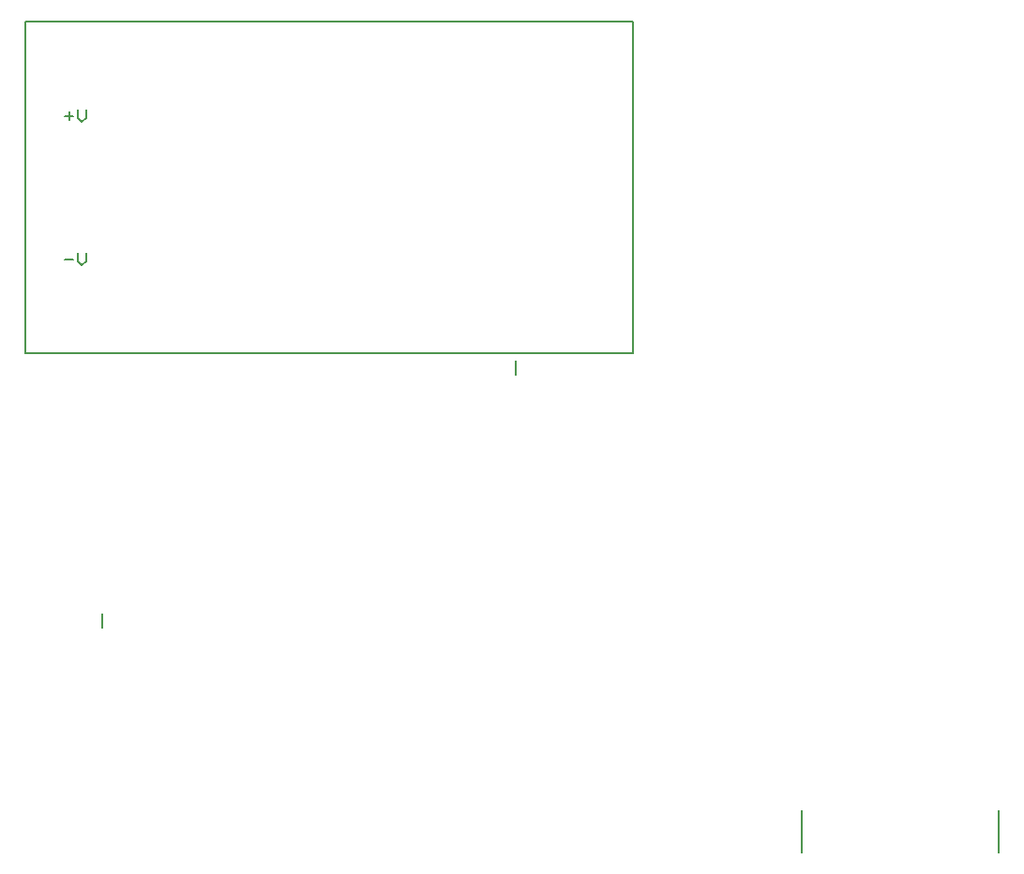
<source format=gbo>
G75*
%MOIN*%
%OFA0B0*%
%FSLAX25Y25*%
%IPPOS*%
%LPD*%
%AMOC8*
5,1,8,0,0,1.08239X$1,22.5*
%
%ADD10C,0.00800*%
%ADD11C,0.00500*%
D10*
X0049833Y0192500D02*
X0049833Y0197500D01*
X0042532Y0321400D02*
X0041131Y0322801D01*
X0041131Y0325604D01*
X0039329Y0323502D02*
X0036527Y0323502D01*
X0042532Y0321400D02*
X0043933Y0322801D01*
X0043933Y0325604D01*
X0042532Y0372400D02*
X0041131Y0373801D01*
X0041131Y0376604D01*
X0039329Y0374502D02*
X0036527Y0374502D01*
X0037928Y0375903D02*
X0037928Y0373101D01*
X0042532Y0372400D02*
X0043933Y0373801D01*
X0043933Y0376604D01*
X0196833Y0287500D02*
X0196833Y0282500D01*
X0298333Y0127500D02*
X0298333Y0112500D01*
X0368333Y0112500D02*
X0368333Y0127500D01*
D11*
X0238333Y0290000D02*
X0022333Y0290000D01*
X0022333Y0408000D01*
X0238333Y0408000D01*
X0238333Y0290000D01*
M02*

</source>
